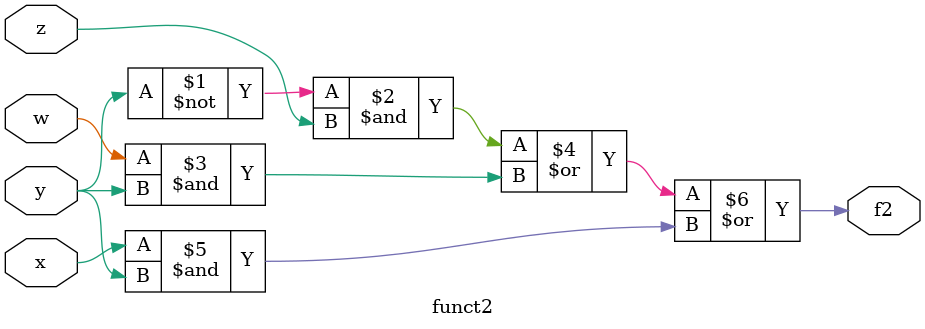
<source format=v>
module funct2(w,x,y,z,f2);
input w,x,y,z;
output f2;
assign f2=((~y & z)|( w & y )|(x & y));
endmodule
</source>
